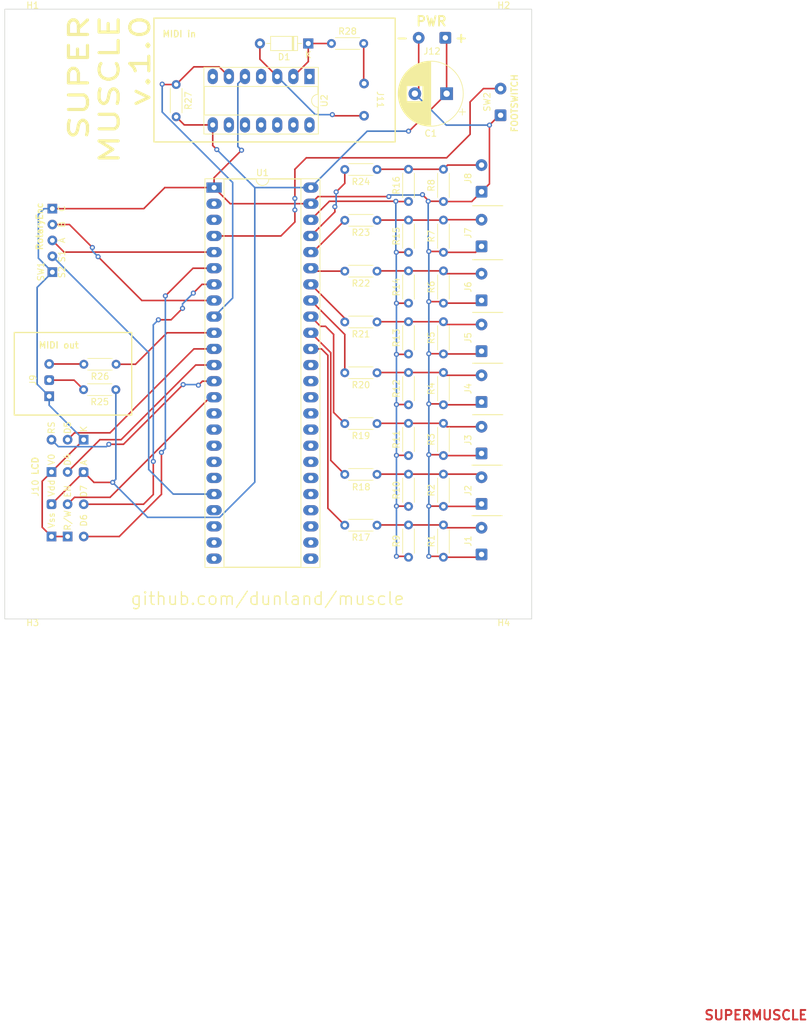
<source format=kicad_pcb>
(kicad_pcb (version 20211014) (generator pcbnew)
  (layers (0 "F.Cu" signal) (31 "B.Cu" signal) (34 "B.Paste" user) (35 "F.Paste" user) (36 "B.SilkS" user "B.Silkscreen") (37 "F.SilkS" user "F.Silkscreen") (38 "B.Mask" user) (39 "F.Mask" user) (44 "Edge.Cuts" user))
  (net 0 "")
  (net 1 "Net-(D1-Pad1)")
  (net 2 "Net-(D1-Pad2)")
  (net 3 "GND")
  (net 4 "Net-(J1-Pad2)")
  (net 5 "Net-(J2-Pad2)")
  (net 6 "Net-(J3-Pad2)")
  (net 7 "Net-(J4-Pad2)")
  (net 8 "Net-(J5-Pad2)")
  (net 9 "Net-(J6-Pad2)")
  (net 10 "Net-(J7-Pad2)")
  (net 11 "Net-(J8-Pad2)")
  (net 12 "Net-(J9-Pad4)")
  (net 13 "Net-(J9-Pad5)")
  (net 14 "+5V")
  (net 15 "Net-(J10-Pad4)")
  (net 16 "Net-(J10-Pad6)")
  (net 17 "Net-(J10-Pad11)")
  (net 18 "Net-(J10-Pad12)")
  (net 19 "Net-(J10-Pad13)")
  (net 20 "Net-(J10-Pad14)")
  (net 21 "Net-(J11-Pad4)")
  (net 22 "+3V3")
  (net 23 "Net-(R17-Pad2)")
  (net 24 "Net-(R18-Pad2)")
  (net 25 "Net-(R19-Pad2)")
  (net 26 "Net-(R20-Pad2)")
  (net 27 "Net-(R21-Pad2)")
  (net 28 "Net-(R22-Pad2)")
  (net 29 "Net-(R23-Pad2)")
  (net 30 "Net-(R24-Pad2)")
  (net 31 "Net-(R26-Pad1)")
  (net 32 "Net-(R27-Pad1)")
  (net 35 "Net-(SW1-PadA)")
  (net 36 "Net-(SW1-PadB)")
  (net 42 "Net-(SW1-PadS1)")
  (net 63 "Net-(SW2-Pad2)")
  (footprint "custom_footprints:5pin_WirePads_RotaryEncoder" (layer "F.Cu") (at 83 67.5 90)
    (fp_text reference "SW1")
    (fp_text value "RotaryEncoder_Switch")
  )
  (footprint "Connector_Wire:SolderWire-0.25sqmm_1x02_P4.2mm_D0.65mm_OD1.7mm" (layer "F.Cu") (at 151.6 84.94 90)
    (fp_text reference "J5")
    (fp_text value "Conn_01x02_Male")
  )
  (footprint "Resistor_THT:R_Axial_DIN0204_L3.6mm_D1.6mm_P5.08mm_Horizontal" (layer "F.Cu") (at 145.6 109.38 90)
    (fp_text reference "R2")
    (fp_text value "100K")
  )
  (footprint "Resistor_THT:R_Axial_DIN0204_L3.6mm_D1.6mm_P5.08mm_Horizontal" (layer "F.Cu") (at 145.6 101.38 90)
    (fp_text reference "R3")
    (fp_text value "100K")
  )
  (footprint "Resistor_THT:R_Axial_DIN0204_L3.6mm_D1.6mm_P5.08mm_Horizontal" (layer "F.Cu") (at 140.1 117.38 90)
    (fp_text reference "R9")
    (fp_text value "100K")
  )
  (footprint "Resistor_THT:R_Axial_DIN0204_L3.6mm_D1.6mm_P5.08mm_Horizontal" (layer "F.Cu") (at 135.14 56.34 180)
    (fp_text reference "R24")
    (fp_text value "10K")
  )
  (footprint "Resistor_THT:R_Axial_DIN0204_L3.6mm_D1.6mm_P5.08mm_Horizontal" (layer "F.Cu") (at 135.14 80.34 180)
    (fp_text reference "R21")
    (fp_text value "10K")
  )
  (footprint "Resistor_THT:R_Axial_DIN0204_L3.6mm_D1.6mm_P5.08mm_Horizontal" (layer "F.Cu") (at 94 91 180)
    (fp_text reference "R25")
    (fp_text value "220")
  )
  (footprint "Resistor_THT:R_Axial_DIN0204_L3.6mm_D1.6mm_P5.08mm_Horizontal" (layer "F.Cu") (at 145.6 69.38 90)
    (fp_text reference "R7")
    (fp_text value "100K")
  )
  (footprint "Connector_Wire:SolderWire-0.25sqmm_1x02_P4.2mm_D0.65mm_OD1.7mm" (layer "F.Cu") (at 151.6 68.44 90)
    (fp_text reference "J7")
    (fp_text value "Conn_01x02_Male")
  )
  (footprint "Resistor_THT:R_Axial_DIN0204_L3.6mm_D1.6mm_P5.08mm_Horizontal" (layer "F.Cu") (at 135.14 104.34 180)
    (fp_text reference "R18")
    (fp_text value "10K")
  )
  (footprint "MountingHole:MountingHole_4mm" (layer "F.Cu") (at 155.1 122.7 180)
    (fp_text reference "H4")
    (fp_text value "MountingHole")
  )
  (footprint "MountingHole:MountingHole_4mm" (layer "F.Cu") (at 155.1 35.5)
    (fp_text reference "H2")
    (fp_text value "MountingHole")
  )
  (footprint "Package_DIP:DIP-48_W15.24mm_Socket_LongPads" (layer "F.Cu") (at 109.474 59.182)
    (fp_text reference "U1")
    (fp_text value "Teensy4.1")
  )
  (footprint "Resistor_THT:R_Axial_DIN0204_L3.6mm_D1.6mm_P5.08mm_Horizontal" (layer "F.Cu") (at 140.1 69.38 90)
    (fp_text reference "R15")
    (fp_text value "100K")
  )
  (footprint "Connector_Wire:SolderWire-0.25sqmm_1x02_P4.2mm_D0.65mm_OD1.7mm" (layer "F.Cu") (at 151.6 116.94 90)
    (fp_text reference "J1")
    (fp_text value "Conn_01x02_Male")
  )
  (footprint "Resistor_THT:R_Axial_DIN0204_L3.6mm_D1.6mm_P5.08mm_Horizontal" (layer "F.Cu") (at 140.1 109.38 90)
    (fp_text reference "R10")
    (fp_text value "100K")
  )
  (footprint "Capacitor_THT:CP_Radial_D10.0mm_P5.00mm" (layer "F.Cu") (at 146.1 44.4 180)
    (fp_text reference "C1")
    (fp_text value "C_Polarized")
  )
  (footprint "Package_DIP:DIP-14_W7.62mm_Socket_LongPads" (layer "F.Cu") (at 124.5 41.7 -90)
    (fp_text reference "U2")
    (fp_text value "6N138")
  )
  (footprint "Resistor_THT:R_Axial_DIN0204_L3.6mm_D1.6mm_P5.08mm_Horizontal" (layer "F.Cu") (at 140.1 61.38 90)
    (fp_text reference "R16")
    (fp_text value "100K")
  )
  (footprint "custom_footprints:3pin_WirePads_MIDI_input" (layer "F.Cu") (at 133.1 45.34 -90)
    (fp_text reference "J11")
    (fp_text value "Conn_01x05")
  )
  (footprint "Connector_Wire:SolderWire-0.25sqmm_1x02_P4.2mm_D0.65mm_OD1.7mm" (layer "F.Cu") (at 151.6 101.04 90)
    (fp_text reference "J3")
    (fp_text value "Conn_01x02_Male")
  )
  (footprint "Resistor_THT:R_Axial_DIN0204_L3.6mm_D1.6mm_P5.08mm_Horizontal" (layer "F.Cu") (at 145.6 77.38 90)
    (fp_text reference "R6")
    (fp_text value "100K")
  )
  (footprint "Resistor_THT:R_Axial_DIN0204_L3.6mm_D1.6mm_P5.08mm_Horizontal" (layer "F.Cu") (at 145.6 85.38 90)
    (fp_text reference "R5")
    (fp_text value "100K")
  )
  (footprint "Connector_Wire:SolderWire-0.25sqmm_1x02_P4.2mm_D0.65mm_OD1.7mm" (layer "F.Cu") (at 151.6 92.94 90)
    (fp_text reference "J4")
    (fp_text value "Conn_01x02_Male")
  )
  (footprint "Resistor_THT:R_Axial_DIN0204_L3.6mm_D1.6mm_P5.08mm_Horizontal" (layer "F.Cu") (at 94.04 87 180)
    (fp_text reference "R26")
    (fp_text value "220")
  )
  (footprint "Resistor_THT:R_Axial_DIN0204_L3.6mm_D1.6mm_P5.08mm_Horizontal" (layer "F.Cu") (at 140.1 101.38 90)
    (fp_text reference "R11")
    (fp_text value "100K")
  )
  (footprint "Resistor_THT:R_Axial_DIN0204_L3.6mm_D1.6mm_P5.08mm_Horizontal" (layer "F.Cu") (at 145.6 61.38 90)
    (fp_text reference "R8")
    (fp_text value "100K")
  )
  (footprint "Connector_Wire:SolderWire-0.25sqmm_1x02_P4.2mm_D0.65mm_OD1.7mm" (layer "F.Cu") (at 151.6 108.99 90)
    (fp_text reference "J2")
    (fp_text value "Conn_01x02_Male")
  )
  (footprint "Connector_Wire:SolderWire-0.25sqmm_1x02_P4.2mm_D0.65mm_OD1.7mm" (layer "F.Cu") (at 151.6 76.94 90)
    (fp_text reference "J6")
    (fp_text value "Conn_01x02_Male")
  )
  (footprint "Resistor_THT:R_Axial_DIN0204_L3.6mm_D1.6mm_P5.08mm_Horizontal" (layer "F.Cu") (at 103.5 42.96 -90)
    (fp_text reference "R27")
    (fp_text value "270")
  )
  (footprint "Resistor_THT:R_Axial_DIN0204_L3.6mm_D1.6mm_P5.08mm_Horizontal" (layer "F.Cu") (at 135.14 64.34 180)
    (fp_text reference "R23")
    (fp_text value "10K")
  )
  (footprint "Resistor_THT:R_Axial_DIN0204_L3.6mm_D1.6mm_P5.08mm_Horizontal" (layer "F.Cu") (at 145.6 117.38 90)
    (fp_text reference "R1")
    (fp_text value "100K")
  )
  (footprint "Resistor_THT:R_Axial_DIN0204_L3.6mm_D1.6mm_P5.08mm_Horizontal" (layer "F.Cu") (at 135.14 88.34 180)
    (fp_text reference "R20")
    (fp_text value "10K")
  )
  (footprint "Connector_Wire:SolderWire-0.25sqmm_1x02_P4.2mm_D0.65mm_OD1.7mm" (layer "F.Cu") (at 145.9 35.6 180)
    (fp_text reference "J12")
    (fp_text value "Conn_Coaxial_Power")
  )
  (footprint "custom_footprints:14pin_WirePads_for_AnagVision_AV1623LCD" (layer "F.Cu") (at 83.86 106.5 90)
    (fp_text reference "J10")
    (fp_text value "Conn_01x16_Male")
  )
  (footprint "Resistor_THT:R_Axial_DIN0204_L3.6mm_D1.6mm_P5.08mm_Horizontal" (layer "F.Cu") (at 135.14 72.34 180)
    (fp_text reference "R22")
    (fp_text value "10K")
  )
  (footprint "Resistor_THT:R_Axial_DIN0204_L3.6mm_D1.6mm_P5.08mm_Horizontal" (layer "F.Cu") (at 140.1 85.38 90)
    (fp_text reference "R13")
    (fp_text value "100K")
  )
  (footprint "Resistor_THT:R_Axial_DIN0204_L3.6mm_D1.6mm_P5.08mm_Horizontal" (layer "F.Cu") (at 140.1 93.38 90)
    (fp_text reference "R12")
    (fp_text value "100K")
  )
  (footprint "Connector_Wire:SolderWire-0.25sqmm_1x02_P4.2mm_D0.65mm_OD1.7mm" (layer "F.Cu") (at 151.6 59.84 90)
    (fp_text reference "J8")
    (fp_text value "Conn_01x02_Male")
  )
  (footprint "MountingHole:MountingHole_4mm" (layer "F.Cu") (at 80.9 122.7 180)
    (fp_text reference "H3")
    (fp_text value "MountingHole")
  )
  (footprint "Diode_THT:D_DO-35_SOD27_P7.62mm_Horizontal" (layer "F.Cu") (at 124.31 36.5 180)
    (fp_text reference "D1")
    (fp_text value "1N914")
  )
  (footprint "MountingHole:MountingHole_4mm" (layer "F.Cu") (at 80.9 35.5)
    (fp_text reference "H1")
    (fp_text value "MountingHole")
  )
  (footprint "Resistor_THT:R_Axial_DIN0204_L3.6mm_D1.6mm_P5.08mm_Horizontal" (layer "F.Cu") (at 145.6 93.38 90)
    (fp_text reference "R4")
    (fp_text value "100K")
  )
  (footprint "Resistor_THT:R_Axial_DIN0204_L3.6mm_D1.6mm_P5.08mm_Horizontal" (layer "F.Cu") (at 140.1 77.38 90)
    (fp_text reference "R14")
    (fp_text value "100K")
  )
  (footprint "custom_footprints:3pin_WirePads_MIDI_output" (layer "F.Cu") (at 83.5 89.5 90)
    (fp_text reference "J9")
    (fp_text value "Conn_01x05")
  )
  (footprint "Resistor_THT:R_Axial_DIN0204_L3.6mm_D1.6mm_P5.08mm_Horizontal" (layer "F.Cu") (at 135.14 96.34 180)
    (fp_text reference "R19")
    (fp_text value "10K")
  )
  (footprint "Resistor_THT:R_Axial_DIN0204_L3.6mm_D1.6mm_P5.08mm_Horizontal" (layer "F.Cu") (at 127.96 36.5)
    (fp_text reference "R28")
    (fp_text value "220")
  )
  (footprint "Resistor_THT:R_Axial_DIN0204_L3.6mm_D1.6mm_P5.08mm_Horizontal" (layer "F.Cu") (at 135.14 112.34 180)
    (fp_text reference "R17")
    (fp_text value "10K")
  )
  (footprint "Connector_Wire:SolderWire-0.25sqmm_1x02_P4.2mm_D0.65mm_OD1.7mm" (layer "F.Cu") (at 154.6 47.8 90)
    (fp_text reference "SW2")
    (fp_text value "SW_DIP_x01")
  )
  (gr_rect (start 78 82) (end 96.5 95) (layer "F.SilkS") (width 0.2) (fill none))
  (gr_line (start 150.2 86.84) (end 154.95 86.84) (layer "F.SilkS") (width 0.15))
  (gr_line (start 150.2 62.04) (end 154.95 62.04) (layer "F.SilkS") (width 0.15))
  (gr_line (start 150.2 94.94) (end 154.95 94.94) (layer "F.SilkS") (width 0.15))
  (gr_line (start 150.2 78.84) (end 154.95 78.84) (layer "F.SilkS") (width 0.15))
  (gr_line (start 150.2 70.54) (end 154.95 70.54) (layer "F.SilkS") (width 0.15))
  (gr_line (start 150.1 110.84) (end 154.85 110.84) (layer "F.SilkS") (width 0.15))
  (gr_line (start 150.1 102.89) (end 154.85 102.89) (layer "F.SilkS") (width 0.15))
  (gr_rect (start 100 32.5) (end 138 52) (layer "F.SilkS") (width 0.2) (fill none))
  (gr_rect (start 159.5 31.1) (end 76.5 127.1) (layer "Edge.Cuts") (width 0.1) (fill none))
  (gr_text "SUPERMUSCLE" (at 194.818 189.484) (layer "F.Cu") (effects (font (size 1.5 1.5) (thickness 0.3))))
  (gr_text "-" (at 139.1 35.6) (layer "F.SilkS") (effects (font (size 1.5 1.5) (thickness 0.3))))
  (gr_text "PWR" (at 143.7 33) (layer "F.SilkS") (effects (font (size 1.5 1.5) (thickness 0.3))))
  (gr_text "github.com/dunland/muscle" (at 117.9 123.9) (layer "F.SilkS") (effects (font (size 2 2) (thickness 0.2))))
  (gr_text "SUPER\nMUSCLE\nv.1.0" (at 93 31.7 90) (layer "F.SilkS") (effects (font (size 3 4) (thickness 0.5)) (justify right)))
  (gr_text "FOOTSWITCH" (at 156.8 45.9 90) (layer "F.SilkS") (effects (font (size 1 1) (thickness 0.2))))
  (gr_text "RotaryEnc" (at 82 65.3 90) (layer "F.SilkS") (effects (font (size 1 1) (thickness 0.2))))
  (gr_text "MIDI in" (at 104 35) (layer "F.SilkS") (effects (font (size 1 1) (thickness 0.2))))
  (gr_text "LCD" (at 81.3 103 90) (layer "F.SilkS") (effects (font (size 1 1) (thickness 0.2))))
  (gr_text "MIDI out" (at 85 84) (layer "F.SilkS") (effects (font (size 1 1) (thickness 0.2))))
  (gr_text "+" (at 148.4 35.6) (layer "F.SilkS") (effects (font (size 1.5 1.5) (thickness 0.3))))
  (segment (start 124.31 36.5) (end 124.31 39.35) (width 0.25) (layer "F.Cu") (net 1))
  (segment (start 124.31 36.5) (end 127.96 36.5) (width 0.25) (layer "F.Cu") (net 1))
  (segment (start 124.31 39.35) (end 121.96 41.7) (width 0.25) (layer "F.Cu") (net 1))
  (segment (start 116.69 36.5) (end 116.69 38.97) (width 0.25) (layer "F.Cu") (net 2))
  (segment (start 128.28 47.88) (end 128.1 47.7) (width 0.25) (layer "F.Cu") (net 2))
  (segment (start 133.1 47.88) (end 128.28 47.88) (width 0.25) (layer "F.Cu") (net 2))
  (segment (start 116.69 38.97) (end 119.42 41.7) (width 0.25) (layer "F.Cu") (net 2))
  (via (at 128.1 47.7) (size 0.8) (drill 0.4) (layers "F.Cu" "B.Cu") (net 2))
  (segment (start 128.1 47.7) (end 125.42 47.7) (width 0.25) (layer "B.Cu") (net 2))
  (segment (start 125.42 47.7) (end 119.42 41.7) (width 0.25) (layer "B.Cu") (net 2))
  (segment (start 150.76 109.38) (end 151.6 108.54) (width 0.25) (layer "F.Cu") (net 3))
  (segment (start 145.6 69.38) (end 150.66 69.38) (width 0.25) (layer "F.Cu") (net 3))
  (segment (start 145.56 109.34) (end 145.6 109.38) (width 0.25) (layer "F.Cu") (net 3))
  (segment (start 145.56 85.34) (end 145.6 85.38) (width 0.25) (layer "F.Cu") (net 3))
  (segment (start 143.2 61.34) (end 143.2 61.2) (width 0.25) (layer "F.Cu") (net 3))
  (segment (start 82.4 105.42) (end 83.86 103.96) (width 0.25) (layer "F.Cu") (net 3))
  (segment (start 145.46 101.24) (end 145.6 101.38) (width 0.25) (layer "F.Cu") (net 3))
  (segment (start 151.26 101.38) (end 151.6 101.04) (width 0.25) (layer "F.Cu") (net 3))
  (segment (start 145.46 93.24) (end 145.6 93.38) (width 0.25) (layer "F.Cu") (net 3))
  (segment (start 143.3 117.24) (end 145.46 117.24) (width 0.25) (layer "F.Cu") (net 3))
  (segment (start 143.3 101.24) (end 145.46 101.24) (width 0.25) (layer "F.Cu") (net 3))
  (segment (start 143.3 69.24) (end 145.46 69.24) (width 0.25) (layer "F.Cu") (net 3))
  (segment (start 143.2 61.34) (end 145.56 61.34) (width 0.25) (layer "F.Cu") (net 3))
  (segment (start 151.16 117.38) (end 151.6 116.94) (width 0.25) (layer "F.Cu") (net 3))
  (segment (start 98.4 62.5) (end 98.5 62.4) (width 0.25) (layer "F.Cu") (net 3))
  (segment (start 83.86 114.12) (end 86.4 114.12) (width 0.25) (layer "F.Cu") (net 3))
  (segment (start 151.16 77.38) (end 151.6 76.94) (width 0.25) (layer "F.Cu") (net 3))
  (segment (start 151.16 85.38) (end 151.6 84.94) (width 0.25) (layer "F.Cu") (net 3))
  (segment (start 137 60.6) (end 125.836 60.6) (width 0.25) (layer "F.Cu") (net 3))
  (segment (start 109.474 59.182) (end 109.474 57.726) (width 0.25) (layer "F.Cu") (net 3))
  (segment (start 141.7 35.6) (end 141.7 43.8) (width 0.25) (layer "F.Cu") (net 3))
  (segment (start 83.86 114.12) (end 82.4 112.66) (width 0.25) (layer "F.Cu") (net 3))
  (segment (start 124.714 61.722) (end 112.014 61.722) (width 0.25) (layer "F.Cu") (net 3))
  (segment (start 109.474 57.726) (end 109.474 57.626) (width 0.25) (layer "F.Cu") (net 3))
  (segment (start 101.718 59.182) (end 109.474 59.182) (width 0.25) (layer "F.Cu") (net 3))
  (segment (start 143.3 109.34) (end 145.56 109.34) (width 0.25) (layer "F.Cu") (net 3))
  (segment (start 141.7 43.8) (end 141.1 44.4) (width 0.25) (layer "F.Cu") (net 3))
  (segment (start 154.399022 47.8) (end 152.849511 49.349511) (width 0.25) (layer "F.Cu") (net 3))
  (segment (start 152.849511 58.590489) (end 151.6 59.84) (width 0.25) (layer "F.Cu") (net 3))
  (segment (start 145.56 61.34) (end 145.6 61.38) (width 0.25) (layer "F.Cu") (net 3))
  (segment (start 150.66 69.38) (end 151.6 68.44) (width 0.25) (layer "F.Cu") (net 3))
  (segment (start 145.6 77.38) (end 151.16 77.38) (width 0.25) (layer "F.Cu") (net 3))
  (segment (start 143.2 61.2) (end 142.3 60.3) (width 0.25) (layer "F.Cu") (net 3))
  (segment (start 145.6 117.38) (end 151.16 117.38) (width 0.25) (layer "F.Cu") (net 3))
  (segment (start 143.3 77.14) (end 145.36 77.14) (width 0.25) (layer "F.Cu") (net 3))
  (segment (start 125.836 60.6) (end 124.714 61.722) (width 0.25) (layer "F.Cu") (net 3))
  (segment (start 154.6 47.8) (end 154.399022 47.8) (width 0.25) (layer "F.Cu") (net 3))
  (segment (start 83.86 103.952966) (end 88.928322 98.884644) (width 0.25) (layer "F.Cu") (net 3))
  (segment (start 145.36 77.14) (end 145.6 77.38) (width 0.25) (layer "F.Cu") (net 3))
  (segment (start 145.6 109.38) (end 151.21 109.38) (width 0.25) (layer "F.Cu") (net 3))
  (segment (start 143.3 93.24) (end 145.46 93.24) (width 0.25) (layer "F.Cu") (net 3))
  (segment (start 143.3 85.34) (end 145.56 85.34) (width 0.25) (layer "F.Cu") (net 3))
  (segment (start 83.86 103.96) (end 83.86 103.952966) (width 0.25) (layer "F.Cu") (net 3))
  (segment (start 145.46 117.24) (end 145.6 117.38) (width 0.25) (layer "F.Cu") (net 3))
  (segment (start 152.849511 49.349511) (end 152.849511 58.590489) (width 0.25) (layer "F.Cu") (net 3))
  (segment (start 145.6 93.38) (end 151.16 93.38) (width 0.25) (layer "F.Cu") (net 3))
  (segment (start 150.06 61.38) (end 151.6 59.84) (width 0.25) (layer "F.Cu") (net 3))
  (segment (start 145.6 85.38) (end 151.16 85.38) (width 0.25) (layer "F.Cu") (net 3))
  (segment (start 145.6 61.38) (end 150.06 61.38) (width 0.25) (layer "F.Cu") (net 3))
  (segment (start 98.5 62.4) (end 101.718 59.182) (width 0.25) (layer "F.Cu") (net 3))
  (segment (start 151.16 93.38) (end 151.6 92.94) (width 0.25) (layer "F.Cu") (net 3))
  (segment (start 84 62.5) (end 98.4 62.5) (width 0.25) (layer "F.Cu") (net 3))
  (segment (start 145.46 69.24) (end 145.6 69.38) (width 0.25) (layer "F.Cu") (net 3))
  (segment (start 82.4 112.66) (end 82.4 105.42) (width 0.25) (layer "F.Cu") (net 3))
  (segment (start 112.014 61.722) (end 109.474 59.182) (width 0.25) (layer "F.Cu") (net 3))
  (segment (start 151.21 109.38) (end 151.6 108.99) (width 0.25) (layer "F.Cu") (net 3))
  (segment (start 145.6 101.38) (end 151.26 101.38) (width 0.25) (layer "F.Cu") (net 3))
  (segment (start 109.474 57.626) (end 113.8 53.3) (width 0.25) (layer "F.Cu") (net 3))
  (via (at 137 60.6) (size 0.8) (drill 0.4) (layers "F.Cu" "B.Cu") (net 3))
  (via (at 143.3 85.34) (size 0.8) (drill 0.4) (layers "F.Cu" "B.Cu") (net 3))
  (via (at 142.3 60.3) (size 0.8) (drill 0.4) (layers "F.Cu" "B.Cu") (net 3))
  (via (at 113.8 53.3) (size 0.8) (drill 0.4) (layers "F.Cu" "B.Cu") (net 3))
  (via (at 143.3 77.14) (size 0.8) (drill 0.4) (layers "F.Cu" "B.Cu") (net 3))
  (via (at 143.3 117.24) (size 0.8) (drill 0.4) (layers "F.Cu" "B.Cu") (net 3))
  (via (at 143.3 69.24) (size 0.8) (drill 0.4) (layers "F.Cu" "B.Cu") (net 3))
  (via (at 152.849511 49.349511) (size 0.8) (drill 0.4) (layers "F.Cu" "B.Cu") (net 3))
  (via (at 143.2 61.34) (size 0.8) (drill 0.4) (layers "F.Cu" "B.Cu") (net 3))
  (via (at 143.3 101.24) (size 0.8) (drill 0.4) (layers "F.Cu" "B.Cu") (net 3))
  (via (at 143.3 93.24) (size 0.8) (drill 0.4) (layers "F.Cu" "B.Cu") (net 3))
  (via (at 143.3 109.34) (size 0.8) (drill 0.4) (layers "F.Cu" "B.Cu") (net 3))
  (segment (start 143.2 61.34) (end 143.2 69.14) (width 0.25) (layer "B.Cu") (net 3))
  (segment (start 143.3 93.24) (end 143.3 101.24) (width 0.25) (layer "B.Cu") (net 3))
  (segment (start 143.3 69.24) (end 143.3 77.14) (width 0.25) (layer "B.Cu") (net 3))
  (segment (start 146.049511 49.349511) (end 152.849511 49.349511) (width 0.25) (layer "B.Cu") (net 3))
  (segment (start 113.21548 42.82452) (end 114.34 41.7) (width 0.25) (layer "B.Cu") (net 3))
  (segment (start 142.244511 60.355489) (end 137.244511 60.355489) (width 0.25) (layer "B.Cu") (net 3))
  (segment (start 84 62.5) (end 82.7 62.5) (width 0.25) (layer "B.Cu") (net 3))
  (segment (start 83.5 93.456322) (end 88.928322 98.884644) (width 0.25) (layer "B.Cu") (net 3))
  (segment (start 81.6 90.14) (end 81.6 74.9) (width 0.25) (layer "B.Cu") (net 3))
  (segment (start 83.5 92.04) (end 83.5 93.456322) (width 0.25) (layer "B.Cu") (net 3))
  (segment (start 141.1 44.4) (end 146.049511 49.349511) (width 0.25) (layer "B.Cu") (net 3))
  (segment (start 81.8 70.3) (end 84 72.5) (width 0.25) (layer "B.Cu") (net 3))
  (segment (start 143.3 101.24) (end 143.3 109.34) (width 0.25) (layer "B.Cu") (net 3))
  (segment (start 143.3 85.34) (end 143.3 93.24) (width 0.25) (layer "B.Cu") (net 3))
  (segment (start 81.6 74.9) (end 84 72.5) (width 0.25) (layer "B.Cu") (net 3))
  (segment (start 137.244511 60.355489) (end 137 60.6) (width 0.25) (layer "B.Cu") (net 3))
  (segment (start 142.3 60.3) (end 142.244511 60.355489) (width 0.25) (layer "B.Cu") (net 3))
  (segment (start 82.7 62.5) (end 81.8 63.4) (width 0.25) (layer "B.Cu") (net 3))
  (segment (start 83.5 92.04) (end 81.6 90.14) (width 0.25) (layer "B.Cu") (net 3))
  (segment (start 113.8 53.3) (end 113.21548 52.71548) (width 0.25) (layer "B.Cu") (net 3))
  (segment (start 113.21548 52.71548) (end 113.21548 42.82452) (width 0.25) (layer "B.Cu") (net 3))
  (segment (start 81.8 63.4) (end 81.8 70.3) (width 0.25) (layer "B.Cu") (net 3))
  (segment (start 143.3 77.14) (end 143.3 85.34) (width 0.25) (layer "B.Cu") (net 3))
  (segment (start 143.3 109.34) (end 143.3 117.24) (width 0.25) (layer "B.Cu") (net 3))
  (segment (start 143.2 69.14) (end 143.3 69.24) (width 0.25) (layer "B.Cu") (net 3))
  (segment (start 146.04 112.74) (end 145.6 112.3) (width 0.25) (layer "F.Cu") (net 4))
  (segment (start 151.6 112.74) (end 146.04 112.74) (width 0.25) (layer "F.Cu") (net 4))
  (segment (start 135.18 112.3) (end 135.14 112.34) (width 0.25) (layer "F.Cu") (net 4))
  (segment (start 145.6 112.3) (end 140.1 112.3) (width 0.25) (layer "F.Cu") (net 4))
  (segment (start 140.1 112.3) (end 135.18 112.3) (width 0.25) (layer "F.Cu") (net 4))
  (segment (start 145.64 104.34) (end 145.6 104.3) (width 0.25) (layer "F.Cu") (net 5))
  (segment (start 145.6 104.3) (end 151.11 104.3) (width 0.25) (layer "F.Cu") (net 5))
  (segment (start 151.11 104.3) (end 151.6 104.79) (width 0.25) (layer "F.Cu") (net 5))
  (segment (start 135.18 104.3) (end 135.14 104.34) (width 0.25) (layer "F.Cu") (net 5))
  (segment (start 140.1 104.3) (end 135.18 104.3) (width 0.25) (layer "F.Cu") (net 5))
  (segment (start 145.6 104.3) (end 140.1 104.3) (width 0.25) (layer "F.Cu") (net 5))
  (segment (start 151.6 96.84) (end 146.14 96.84) (width 0.25) (layer "F.Cu") (net 6))
  (segment (start 145.6 96.3) (end 140.1 96.3) (width 0.25) (layer "F.Cu") (net 6))
  (segment (start 135.18 96.3) (end 135.14 96.34) (width 0.25) (layer "F.Cu") (net 6))
  (segment (start 146.14 96.84) (end 145.6 96.3) (width 0.25) (layer "F.Cu") (net 6))
  (segment (start 140.1 96.3) (end 135.18 96.3) (width 0.25) (layer "F.Cu") (net 6))
  (segment (start 151.6 88.74) (end 146.04 88.74) (width 0.25) (layer "F.Cu") (net 7))
  (segment (start 140.1 88.3) (end 135.18 88.3) (width 0.25) (layer "F.Cu") (net 7))
  (segment (start 146.04 88.74) (end 145.6 88.3) (width 0.25) (layer "F.Cu") (net 7))
  (segment (start 135.18 88.3) (end 135.14 88.34) (width 0.25) (layer "F.Cu") (net 7))
  (segment (start 145.6 88.3) (end 140.1 88.3) (width 0.25) (layer "F.Cu") (net 7))
  (segment (start 151.6 80.74) (end 146.04 80.74) (width 0.25) (layer "F.Cu") (net 8))
  (segment (start 135.18 80.3) (end 135.14 80.34) (width 0.25) (layer "F.Cu") (net 8))
  (segment (start 146.04 80.74) (end 145.6 80.3) (width 0.25) (layer "F.Cu") (net 8))
  (segment (start 145.6 80.3) (end 140.1 80.3) (width 0.25) (layer "F.Cu") (net 8))
  (segment (start 140.1 80.3) (end 135.18 80.3) (width 0.25) (layer "F.Cu") (net 8))
  (segment (start 151.6 72.74) (end 146.04 72.74) (width 0.25) (layer "F.Cu") (net 9))
  (segment (start 146.04 72.74) (end 145.6 72.3) (width 0.25) (layer "F.Cu") (net 9))
  (segment (start 145.6 72.3) (end 140.1 72.3) (width 0.25) (layer "F.Cu") (net 9))
  (segment (start 135.18 72.3) (end 135.14 72.34) (width 0.25) (layer "F.Cu") (net 9))
  (segment (start 140.1 72.3) (end 135.18 72.3) (width 0.25) (layer "F.Cu") (net 9))
  (segment (start 140.1 64.3) (end 135.18 64.3) (width 0.25) (layer "F.Cu") (net 10))
  (segment (start 145.66 64.24) (end 145.6 64.3) (width 0.25) (layer "F.Cu") (net 10))
  (segment (start 135.18 64.3) (end 135.14 64.34) (width 0.25) (layer "F.Cu") (net 10))
  (segment (start 145.6 64.3) (end 140.1 64.3) (width 0.25) (layer "F.Cu") (net 10))
  (segment (start 151.6 64.24) (end 145.66 64.24) (width 0.25) (layer "F.Cu") (net 10))
  (segment (start 145.6 56.3) (end 140.1 56.3) (width 0.25) (layer "F.Cu") (net 11))
  (segment (start 151.6 55.64) (end 146.26 55.64) (width 0.25) (layer "F.Cu") (net 11))
  (segment (start 135.18 56.3) (end 135.14 56.34) (width 0.25) (layer "F.Cu") (net 11))
  (segment (start 140.1 56.3) (end 135.18 56.3) (width 0.25) (layer "F.Cu") (net 11))
  (segment (start 146.26 55.64) (end 145.6 56.3) (width 0.25) (layer "F.Cu") (net 11))
  (segment (start 87.42 89.5) (end 88.92 91) (width 0.25) (layer "F.Cu") (net 12))
  (segment (start 83.5 89.5) (end 87.42 89.5) (width 0.25) (layer "F.Cu") (net 12))
  (segment (start 83.5 86.96) (end 88.92 86.96) (width 0.25) (layer "F.Cu") (net 13))
  (segment (start 88.92 86.96) (end 88.96 87) (width 0.25) (layer "F.Cu") (net 13))
  (segment (start 109.26 52.56) (end 109.9 53.2) (width 0.25) (layer "F.Cu") (net 14))
  (segment (start 93.5 105.6) (end 90.5543 105.6) (width 0.25) (layer "F.Cu") (net 14))
  (segment (start 109.26 49.32) (end 104.78 49.32) (width 0.25) (layer "F.Cu") (net 14))
  (segment (start 104.78 49.32) (end 103.5 48.04) (width 0.25) (layer "F.Cu") (net 14))
  (segment (start 109.26 49.32) (end 109.26 52.56) (width 0.25) (layer "F.Cu") (net 14))
  (segment (start 83.86 109.04) (end 83.862344 109.04) (width 0.25) (layer "F.Cu") (net 14))
  (segment (start 83.862344 109.04) (end 88.928322 103.974022) (width 0.25) (layer "F.Cu") (net 14))
  (segment (start 146.1 35.8) (end 146.1 44.4) (width 0.25) (layer "F.Cu") (net 14))
  (segment (start 145.9 35.6) (end 146.1 35.8) (width 0.25) (layer "F.Cu") (net 14))
  (segment (start 90.5543 105.6) (end 88.928322 103.974022) (width 0.25) (layer "F.Cu") (net 14))
  (segment (start 146.1 44.4) (end 140.2 50.3) (width 0.25) (layer "F.Cu") (net 14))
  (segment (start 140.2 50.3) (end 140.1 50.3) (width 0.25) (layer "F.Cu") (net 14))
  (via (at 109.9 53.2) (size 0.8) (drill 0.4) (layers "F.Cu" "B.Cu") (net 14))
  (via (at 140.1 50.3) (size 0.8) (drill 0.4) (layers "F.Cu" "B.Cu") (net 14))
  (via (at 93.5 105.6) (size 0.8) (drill 0.4) (layers "F.Cu" "B.Cu") (net 14))
  (segment (start 99.00652 111.10652) (end 110.339791 111.10652) (width 0.25) (layer "B.Cu") (net 14))
  (segment (start 133.596 50.3) (end 124.714 59.182) (width 0.25) (layer "B.Cu") (net 14))
  (segment (start 115.882 59.182) (end 124.714 59.182) (width 0.25) (layer "B.Cu") (net 14))
  (segment (start 93.5 105.6) (end 99.00652 111.10652) (width 0.25) (layer "B.Cu") (net 14))
  (segment (start 110.339791 111.10652) (end 115.882 105.564311) (width 0.25) (layer "B.Cu") (net 14))
  (segment (start 109.9 53.2) (end 115.882 59.182) (width 0.25) (layer "B.Cu") (net 14))
  (segment (start 93.5 105.6) (end 94 105.1) (width 0.25) (layer "B.Cu") (net 14))
  (segment (start 94 105.1) (end 94 91) (width 0.25) (layer "B.Cu") (net 14))
  (segment (start 140.1 50.3) (end 133.596 50.3) (width 0.25) (layer "B.Cu") (net 14))
  (segment (start 115.882 105.564311) (end 115.882 59.182) (width 0.25) (layer "B.Cu") (net 14))
  (segment (start 107 90.3) (end 107.638 89.662) (width 0.25) (layer "F.Cu") (net 15))
  (segment (start 107.638 89.662) (end 109.474 89.662) (width 0.25) (layer "F.Cu") (net 15))
  (segment (start 95.2 99.6) (end 104.6 90.2) (width 0.25) (layer "F.Cu") (net 15))
  (segment (start 92.9 99.6) (end 95.2 99.6) (width 0.25) (layer "F.Cu") (net 15))
  (via (at 107 90.3) (size 0.8) (drill 0.4) (layers "F.Cu" "B.Cu") (net 15))
  (via (at 104.6 90.2) (size 0.8) (drill 0.4) (layers "F.Cu" "B.Cu") (net 15))
  (via (at 92.9 99.6) (size 0.8) (drill 0.4) (layers "F.Cu" "B.Cu") (net 15))
  (segment (start 83.86 98.88) (end 84.951155 99.971155) (width 0.25) (layer "B.Cu") (net 15))
  (segment (start 84.951155 99.971155) (end 92.528845 99.971155) (width 0.25) (layer "B.Cu") (net 15))
  (segment (start 104.6 90.2) (end 106.9 90.2) (width 0.25) (layer "B.Cu") (net 15))
  (segment (start 92.528845 99.971155) (end 92.9 99.6) (width 0.25) (layer "B.Cu") (net 15))
  (segment (start 106.9 90.2) (end 107 90.3) (width 0.25) (layer "B.Cu") (net 15))
  (segment (start 93.086495 107.953489) (end 108.837984 92.202) (width 0.25) (layer "F.Cu") (net 16))
  (segment (start 108.837984 92.202) (end 109.474 92.202) (width 0.25) (layer "F.Cu") (net 16))
  (segment (start 86.4 109.04) (end 87.486511 107.953489) (width 0.25) (layer "F.Cu") (net 16))
  (segment (start 87.486511 107.953489) (end 93.086495 107.953489) (width 0.25) (layer "F.Cu") (net 16))
  (segment (start 91.484511 98.875489) (end 94.824511 98.875489) (width 0.25) (layer "F.Cu") (net 17))
  (segment (start 94.824511 98.875489) (end 106.578 87.122) (width 0.25) (layer "F.Cu") (net 17))
  (segment (start 86.4 103.96) (end 91.484511 98.875489) (width 0.25) (layer "F.Cu") (net 17))
  (segment (start 106.578 87.122) (end 109.474 87.122) (width 0.25) (layer "F.Cu") (net 17))
  (segment (start 93.081867 97.798133) (end 106.298 84.582) (width 0.25) (layer "F.Cu") (net 18))
  (segment (start 106.298 84.582) (end 109.474 84.582) (width 0.25) (layer "F.Cu") (net 18))
  (segment (start 86.4 98.88) (end 87.481867 97.798133) (width 0.25) (layer "F.Cu") (net 18))
  (segment (start 87.481867 97.798133) (end 93.081867 97.798133) (width 0.25) (layer "F.Cu") (net 18))
  (segment (start 101.182299 107.477701) (end 101.182299 100.882299) (width 0.25) (layer "F.Cu") (net 19))
  (segment (start 106.1555 71.882) (end 109.474 71.882) (width 0.25) (layer "F.Cu") (net 19))
  (segment (start 94.54 114.12) (end 101.182299 107.477701) (width 0.25) (layer "F.Cu") (net 19))
  (segment (start 88.94 114.12) (end 94.54 114.12) (width 0.25) (layer "F.Cu") (net 19))
  (segment (start 101.8 76.2375) (end 106.1555 71.882) (width 0.25) (layer "F.Cu") (net 19))
  (via (at 101.182299 100.882299) (size 0.8) (drill 0.4) (layers "F.Cu" "B.Cu") (net 19))
  (via (at 101.8 76.2375) (size 0.8) (drill 0.4) (layers "F.Cu" "B.Cu") (net 19))
  (segment (start 101.182299 100.882299) (end 101.8 100.264598) (width 0.25) (layer "B.Cu") (net 19))
  (segment (start 101.8 100.264598) (end 101.8 76.2375) (width 0.25) (layer "B.Cu") (net 19))
  (segment (start 106.2 75.8) (end 107.578 74.422) (width 0.25) (layer "F.Cu") (net 20))
  (segment (start 100.7 80) (end 102.7 80) (width 0.25) (layer "F.Cu") (net 20))
  (segment (start 107.578 74.422) (end 109.474 74.422) (width 0.25) (layer "F.Cu") (net 20))
  (segment (start 99.9 102.3) (end 99.9 107.5) (width 0.25) (layer "F.Cu") (net 20))
  (segment (start 99.9 107.5) (end 98.36 109.04) (width 0.25) (layer "F.Cu") (net 20))
  (segment (start 98.36 109.04) (end 88.94 109.04) (width 0.25) (layer "F.Cu") (net 20))
  (segment (start 102.7 80) (end 104.5 78.2) (width 0.25) (layer "F.Cu") (net 20))
  (via (at 104.5 78.2) (size 0.8) (drill 0.4) (layers "F.Cu" "B.Cu") (net 20))
  (via (at 106.2 75.8) (size 0.8) (drill 0.4) (layers "F.Cu" "B.Cu") (net 20))
  (via (at 99.9 102.3) (size 0.8) (drill 0.4) (layers "F.Cu" "B.Cu") (net 20))
  (via (at 100.7 80) (size 0.8) (drill 0.4) (layers "F.Cu" "B.Cu") (net 20))
  (segment (start 104.5 77.5) (end 106.2 75.8) (width 0.25) (layer "B.Cu") (net 20))
  (segment (start 104.5 78.2) (end 104.5 77.5) (width 0.25) (layer "B.Cu") (net 20))
  (segment (start 99.9 80.8) (end 100.7 80) (width 0.25) (layer "B.Cu") (net 20))
  (segment (start 99.9 102.3) (end 99.9 80.8) (width 0.25) (layer "B.Cu") (net 20))
  (segment (start 133.04 42.74) (end 133.1 42.8) (width 0.25) (layer "F.Cu") (net 21))
  (segment (start 133.04 36.5) (end 133.04 42.74) (width 0.25) (layer "F.Cu") (net 21))
  (segment (start 140.085 69.365) (end 140.1 69.38) (width 0.25) (layer "F.Cu") (net 22))
  (segment (start 138.14 61.38) (end 138.1 61.34) (width 0.25) (layer "F.Cu") (net 22))
  (segment (start 140.09 77.39) (end 140.1 77.38) (width 0.25) (layer "F.Cu") (net 22))
  (segment (start 138.2 117.24) (end 139.96 117.24) (width 0.25) (layer "F.Cu") (net 22))
  (segment (start 138.2 93.34) (end 140.06 93.34) (width 0.25) (layer "F.Cu") (net 22))
  (segment (start 138.2 77.39) (end 140.09 77.39) (width 0.25) (layer "F.Cu") (net 22))
  (segment (start 138.1 61.34) (end 127.636 61.34) (width 0.25) (layer "F.Cu") (net 22))
  (segment (start 139.96 117.24) (end 140.1 117.38) (width 0.25) (layer "F.Cu") (net 22))
  (segment (start 140.04 85.44) (end 140.1 85.38) (width 0.25) (layer "F.Cu") (net 22))
  (segment (start 138.175 69.365) (end 140.085 69.365) (width 0.25) (layer "F.Cu") (net 22))
  (segment (start 138.2 101.34) (end 140.06 101.34) (width 0.25) (layer "F.Cu") (net 22))
  (segment (start 140.06 109.34) (end 140.1 109.38) (width 0.25) (layer "F.Cu") (net 22))
  (segment (start 127.636 61.34) (end 124.714 64.262) (width 0.25) (layer "F.Cu") (net 22))
  (segment (start 140.06 93.34) (end 140.1 93.38) (width 0.25) (layer "F.Cu") (net 22))
  (segment (start 138.2 85.44) (end 140.04 85.44) (width 0.25) (layer "F.Cu") (net 22))
  (segment (start 138.2 109.34) (end 140.06 109.34) (width 0.25) (layer "F.Cu") (net 22))
  (segment (start 140.1 61.38) (end 138.14 61.38) (width 0.25) (layer "F.Cu") (net 22))
  (segment (start 140.06 101.34) (end 140.1 101.38) (width 0.25) (layer "F.Cu") (net 22))
  (via (at 138.175 69.365) (size 0.8) (drill 0.4) (layers "F.Cu" "B.Cu") (net 22))
  (via (at 138.2 77.39) (size 0.8) (drill 0.4) (layers "F.Cu" "B.Cu") (net 22))
  (via (at 138.2 109.34) (size 0.8) (drill 0.4) (layers "F.Cu" "B.Cu") (net 22))
  (via (at 138.2 117.24) (size 0.8) (drill 0.4) (layers "F.Cu" "B.Cu") (net 22))
  (via (at 138.1 61.34) (size 0.8) (drill 0.4) (layers "F.Cu" "B.Cu") (net 22))
  (via (at 138.2 101.34) (size 0.8) (drill 0.4) (layers "F.Cu" "B.Cu") (net 22))
  (via (at 138.2 93.34) (size 0.8) (drill 0.4) (layers "F.Cu" "B.Cu") (net 22))
  (via (at 138.2 85.44) (size 0.8) (drill 0.4) (layers "F.Cu" "B.Cu") (net 22))
  (segment (start 138.2 85.44) (end 138.2 93.34) (width 0.25) (layer "B.Cu") (net 22))
  (segment (start 138.1 69.29) (end 138.175 69.365) (width 0.25) (layer "B.Cu") (net 22))
  (segment (start 138.2 93.34) (end 138.2 101.34) (width 0.25) (layer "B.Cu") (net 22))
  (segment (start 138.1 61.34) (end 138.1 69.29) (width 0.25) (layer "B.Cu") (net 22))
  (segment (start 138.2 109.34) (end 138.2 117.24) (width 0.25) (layer "B.Cu") (net 22))
  (segment (start 138.175 77.365) (end 138.2 77.39) (width 0.25) (layer "B.Cu") (net 22))
  (segment (start 138.175 69.365) (end 138.175 77.365) (width 0.25) (layer "B.Cu") (net 22))
  (segment (start 138.2 77.39) (end 138.2 85.44) (width 0.25) (layer "B.Cu") (net 22))
  (segment (start 138.2 101.34) (end 138.2 109.34) (width 0.25) (layer "B.Cu") (net 22))
  (segment (start 124.714 84.582) (end 126.38296 84.582) (width 0.25) (layer "F.Cu") (net 23))
  (segment (start 127.4 85.59904) (end 127.4 109.68) (width 0.25) (layer "F.Cu") (net 23))
  (segment (start 126.38296 84.582) (end 127.4 85.59904) (width 0.25) (layer "F.Cu") (net 23))
  (segment (start 127.4 109.68) (end 130.06 112.34) (width 0.25) (layer "F.Cu") (net 23))
  (segment (start 124.714 82.042) (end 127.85048 85.17848) (width 0.25) (layer "F.Cu") (net 24))
  (segment (start 127.85048 85.17848) (end 127.85048 102.13048) (width 0.25) (layer "F.Cu") (net 24))
  (segment (start 127.85048 102.13048) (end 130.06 104.34) (width 0.25) (layer "F.Cu") (net 24))
  (segment (start 127.02652 81.02652) (end 128.3 82.3) (width 0.25) (layer "F.Cu") (net 25))
  (segment (start 128.3 82.3) (end 128.3 94.58) (width 0.25) (layer "F.Cu") (net 25))
  (segment (start 128.3 94.58) (end 130.06 96.34) (width 0.25) (layer "F.Cu") (net 25))
  (segment (start 126.23852 81.02652) (end 127.02652 81.02652) (width 0.25) (layer "F.Cu") (net 25))
  (segment (start 124.714 79.502) (end 126.23852 81.02652) (width 0.25) (layer "F.Cu") (net 25))
  (segment (start 130.06 82.308) (end 130.06 88.34) (width 0.25) (layer "F.Cu") (net 26))
  (segment (start 124.714 76.962) (end 130.06 82.308) (width 0.25) (layer "F.Cu") (net 26))
  (segment (start 124.714 74.422) (end 130.06 79.768) (width 0.25) (layer "F.Cu") (net 27))
  (segment (start 130.06 79.768) (end 130.06 80.34) (width 0.25) (layer "F.Cu") (net 27))
  (segment (start 130.06 72.34) (end 125.172 72.34) (width 0.25) (layer "F.Cu") (net 28))
  (segment (start 125.172 72.34) (end 124.714 71.882) (width 0.25) (layer "F.Cu") (net 28))
  (segment (start 125.058 69.342) (end 124.714 69.342) (width 0.25) (layer "F.Cu") (net 29))
  (segment (start 130.06 64.34) (end 125.058 69.342) (width 0.25) (layer "F.Cu") (net 29))
  (segment (start 130.06 56.34) (end 130.06 58.5155) (width 0.25) (layer "F.Cu") (net 30))
  (segment (start 128.5 62.2) (end 128.5 63.016) (width 0.25) (layer "F.Cu") (net 30))
  (segment (start 130.06 58.5155) (end 128.7 59.8755) (width 0.25) (layer "F.Cu") (net 30))
  (segment (start 128.5 63.016) (end 124.714 66.802) (width 0.25) (layer "F.Cu") (net 30))
  (via (at 128.7 59.8755) (size 0.8) (drill 0.4) (layers "F.Cu" "B.Cu") (net 30))
  (via (at 128.5 62.2) (size 0.8) (drill 0.4) (layers "F.Cu" "B.Cu") (net 30))
  (segment (start 128.7 59.8755) (end 128.7 62) (width 0.25) (layer "B.Cu") (net 30))
  (segment (start 128.7 62) (end 128.5 62.2) (width 0.25) (layer "B.Cu") (net 30))
  (segment (start 97.1 87) (end 102.058 82.042) (width 0.25) (layer "F.Cu") (net 31))
  (segment (start 94.04 87) (end 97.1 87) (width 0.25) (layer "F.Cu") (net 31))
  (segment (start 102.058 82.042) (end 109.474 82.042) (width 0.25) (layer "F.Cu") (net 31))
  (segment (start 106.28452 40.17548) (end 110.27548 40.17548) (width 0.25) (layer "F.Cu") (net 32))
  (segment (start 103.5 42.96) (end 101.36 42.96) (width 0.25) (layer "F.Cu") (net 32))
  (segment (start 110.27548 40.17548) (end 111.8 41.7) (width 0.25) (layer "F.Cu") (net 32))
  (segment (start 101.36 42.96) (end 101.3 42.9) (width 0.25) (layer "F.Cu") (net 32))
  (segment (start 103.5 42.96) (end 106.28452 40.17548) (width 0.25) (layer "F.Cu") (net 32))
  (via (at 101.3 42.9) (size 0.8) (drill 0.4) (layers "F.Cu" "B.Cu") (net 32))
  (segment (start 101.3 47.288878) (end 112.4 58.388878) (width 0.25) (layer "B.Cu") (net 32))
  (segment (start 101.3 42.9) (end 101.3 47.288878) (width 0.25) (layer "B.Cu") (net 32))
  (segment (start 112.4 76.576) (end 109.474 79.502) (width 0.25) (layer "B.Cu") (net 32))
  (segment (start 112.4 58.388878) (end 112.4 76.576) (width 0.25) (layer "B.Cu") (net 32))
  (segment (start 84 67.5) (end 85.842 69.342) (width 0.25) (layer "F.Cu") (net 35))
  (segment (start 85.842 69.342) (end 109.474 69.342) (width 0.25) (layer "F.Cu") (net 35))
  (segment (start 84 65) (end 86.6825 65) (width 0.25) (layer "F.Cu") (net 36))
  (segment (start 91.2 70.0665) (end 98.0955 76.962) (width 0.25) (layer "F.Cu") (net 36))
  (segment (start 98.0955 76.962) (end 109.474 76.962) (width 0.25) (layer "F.Cu") (net 36))
  (segment (start 86.6825 65) (end 90.3 68.6175) (width 0.25) (layer "F.Cu") (net 36))
  (via (at 91.2 70.0665) (size 0.8) (drill 0.4) (layers "F.Cu" "B.Cu") (net 36))
  (via (at 90.3 68.6175) (size 0.8) (drill 0.4) (layers "F.Cu" "B.Cu") (net 36))
  (segment (start 90.3 68.6175) (end 90.3 69.1665) (width 0.25) (layer "B.Cu") (net 36))
  (segment (start 90.3 69.1665) (end 91.2 70.0665) (width 0.25) (layer "B.Cu") (net 36))
  (segment (start 103.042 107.442) (end 109.474 107.442) (width 0.25) (layer "B.Cu") (net 42))
  (segment (start 84 70) (end 99.175489 85.175489) (width 0.25) (layer "B.Cu") (net 42))
  (segment (start 99.175489 103.575489) (end 103.042 107.442) (width 0.25) (layer "B.Cu") (net 42))
  (segment (start 99.175489 85.175489) (end 99.175489 103.575489) (width 0.25) (layer "B.Cu") (net 42))
  (segment (start 149.8 50.8) (end 146.1 54.5) (width 0.25) (layer "F.Cu") (net 63))
  (segment (start 122.2 56.3) (end 122.2 60.9) (width 0.25) (layer "F.Cu") (net 63))
  (segment (start 151.9 43.6) (end 149.8 45.7) (width 0.25) (layer "F.Cu") (net 63))
  (segment (start 109.272 66.6) (end 109.474 66.802) (width 0.25) (layer "F.Cu") (net 63))
  (segment (start 149.8 45.7) (end 149.8 50.8) (width 0.25) (layer "F.Cu") (net 63))
  (segment (start 154.6 43.6) (end 151.9 43.6) (width 0.25) (layer "F.Cu") (net 63))
  (segment (start 122.2 62.7) (end 122.2 64.6) (width 0.25) (layer "F.Cu") (net 63))
  (segment (start 122.2 64.6) (end 119.998 66.802) (width 0.25) (layer "F.Cu") (net 63))
  (segment (start 124 54.5) (end 122.2 56.3) (width 0.25) (layer "F.Cu") (net 63))
  (segment (start 119.998 66.802) (end 109.474 66.802) (width 0.25) (layer "F.Cu") (net 63))
  (segment (start 146.1 54.5) (end 124 54.5) (width 0.25) (layer "F.Cu") (net 63))
  (via (at 122.2 60.9) (size 0.8) (drill 0.4) (layers "F.Cu" "B.Cu") (net 63))
  (via (at 122.2 62.7) (size 0.8) (drill 0.4) (layers "F.Cu" "B.Cu") (net 63))
  (segment (start 122.2 60.9) (end 122.2 62.7) (width 0.25) (layer "B.Cu") (net 63))
)
</source>
